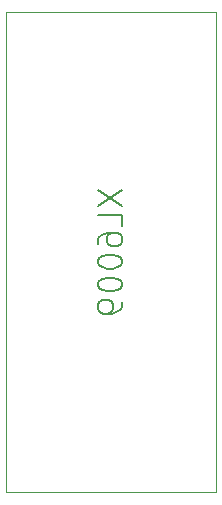
<source format=gbr>
%TF.GenerationSoftware,KiCad,Pcbnew,7.0.9*%
%TF.CreationDate,2024-12-16T14:55:58+09:00*%
%TF.ProjectId,____,fb90fa7f-2e6b-4696-9361-645f70636258,rev?*%
%TF.SameCoordinates,Original*%
%TF.FileFunction,Legend,Bot*%
%TF.FilePolarity,Positive*%
%FSLAX46Y46*%
G04 Gerber Fmt 4.6, Leading zero omitted, Abs format (unit mm)*
G04 Created by KiCad (PCBNEW 7.0.9) date 2024-12-16 14:55:58*
%MOMM*%
%LPD*%
G01*
G04 APERTURE LIST*
%ADD10C,0.150000*%
%ADD11C,0.120000*%
G04 APERTURE END LIST*
D10*
X117230638Y-104010485D02*
X119230638Y-105343818D01*
X117230638Y-105343818D02*
X119230638Y-104010485D01*
X119230638Y-107058104D02*
X119230638Y-106105723D01*
X119230638Y-106105723D02*
X117230638Y-106105723D01*
X117230638Y-108581914D02*
X117230638Y-108200961D01*
X117230638Y-108200961D02*
X117325876Y-108010485D01*
X117325876Y-108010485D02*
X117421114Y-107915247D01*
X117421114Y-107915247D02*
X117706828Y-107724771D01*
X117706828Y-107724771D02*
X118087780Y-107629533D01*
X118087780Y-107629533D02*
X118849685Y-107629533D01*
X118849685Y-107629533D02*
X119040161Y-107724771D01*
X119040161Y-107724771D02*
X119135400Y-107820009D01*
X119135400Y-107820009D02*
X119230638Y-108010485D01*
X119230638Y-108010485D02*
X119230638Y-108391438D01*
X119230638Y-108391438D02*
X119135400Y-108581914D01*
X119135400Y-108581914D02*
X119040161Y-108677152D01*
X119040161Y-108677152D02*
X118849685Y-108772390D01*
X118849685Y-108772390D02*
X118373495Y-108772390D01*
X118373495Y-108772390D02*
X118183019Y-108677152D01*
X118183019Y-108677152D02*
X118087780Y-108581914D01*
X118087780Y-108581914D02*
X117992542Y-108391438D01*
X117992542Y-108391438D02*
X117992542Y-108010485D01*
X117992542Y-108010485D02*
X118087780Y-107820009D01*
X118087780Y-107820009D02*
X118183019Y-107724771D01*
X118183019Y-107724771D02*
X118373495Y-107629533D01*
X117230638Y-110010485D02*
X117230638Y-110200962D01*
X117230638Y-110200962D02*
X117325876Y-110391438D01*
X117325876Y-110391438D02*
X117421114Y-110486676D01*
X117421114Y-110486676D02*
X117611590Y-110581914D01*
X117611590Y-110581914D02*
X117992542Y-110677152D01*
X117992542Y-110677152D02*
X118468733Y-110677152D01*
X118468733Y-110677152D02*
X118849685Y-110581914D01*
X118849685Y-110581914D02*
X119040161Y-110486676D01*
X119040161Y-110486676D02*
X119135400Y-110391438D01*
X119135400Y-110391438D02*
X119230638Y-110200962D01*
X119230638Y-110200962D02*
X119230638Y-110010485D01*
X119230638Y-110010485D02*
X119135400Y-109820009D01*
X119135400Y-109820009D02*
X119040161Y-109724771D01*
X119040161Y-109724771D02*
X118849685Y-109629533D01*
X118849685Y-109629533D02*
X118468733Y-109534295D01*
X118468733Y-109534295D02*
X117992542Y-109534295D01*
X117992542Y-109534295D02*
X117611590Y-109629533D01*
X117611590Y-109629533D02*
X117421114Y-109724771D01*
X117421114Y-109724771D02*
X117325876Y-109820009D01*
X117325876Y-109820009D02*
X117230638Y-110010485D01*
X117230638Y-111915247D02*
X117230638Y-112105724D01*
X117230638Y-112105724D02*
X117325876Y-112296200D01*
X117325876Y-112296200D02*
X117421114Y-112391438D01*
X117421114Y-112391438D02*
X117611590Y-112486676D01*
X117611590Y-112486676D02*
X117992542Y-112581914D01*
X117992542Y-112581914D02*
X118468733Y-112581914D01*
X118468733Y-112581914D02*
X118849685Y-112486676D01*
X118849685Y-112486676D02*
X119040161Y-112391438D01*
X119040161Y-112391438D02*
X119135400Y-112296200D01*
X119135400Y-112296200D02*
X119230638Y-112105724D01*
X119230638Y-112105724D02*
X119230638Y-111915247D01*
X119230638Y-111915247D02*
X119135400Y-111724771D01*
X119135400Y-111724771D02*
X119040161Y-111629533D01*
X119040161Y-111629533D02*
X118849685Y-111534295D01*
X118849685Y-111534295D02*
X118468733Y-111439057D01*
X118468733Y-111439057D02*
X117992542Y-111439057D01*
X117992542Y-111439057D02*
X117611590Y-111534295D01*
X117611590Y-111534295D02*
X117421114Y-111629533D01*
X117421114Y-111629533D02*
X117325876Y-111724771D01*
X117325876Y-111724771D02*
X117230638Y-111915247D01*
X119230638Y-113534295D02*
X119230638Y-113915247D01*
X119230638Y-113915247D02*
X119135400Y-114105724D01*
X119135400Y-114105724D02*
X119040161Y-114200962D01*
X119040161Y-114200962D02*
X118754447Y-114391438D01*
X118754447Y-114391438D02*
X118373495Y-114486676D01*
X118373495Y-114486676D02*
X117611590Y-114486676D01*
X117611590Y-114486676D02*
X117421114Y-114391438D01*
X117421114Y-114391438D02*
X117325876Y-114296200D01*
X117325876Y-114296200D02*
X117230638Y-114105724D01*
X117230638Y-114105724D02*
X117230638Y-113724771D01*
X117230638Y-113724771D02*
X117325876Y-113534295D01*
X117325876Y-113534295D02*
X117421114Y-113439057D01*
X117421114Y-113439057D02*
X117611590Y-113343819D01*
X117611590Y-113343819D02*
X118087780Y-113343819D01*
X118087780Y-113343819D02*
X118278257Y-113439057D01*
X118278257Y-113439057D02*
X118373495Y-113534295D01*
X118373495Y-113534295D02*
X118468733Y-113724771D01*
X118468733Y-113724771D02*
X118468733Y-114105724D01*
X118468733Y-114105724D02*
X118373495Y-114296200D01*
X118373495Y-114296200D02*
X118278257Y-114391438D01*
X118278257Y-114391438D02*
X118087780Y-114486676D01*
D11*
%TO.C,U2*%
X127203200Y-88976200D02*
X109423200Y-88976200D01*
X109423200Y-88976200D02*
X109423200Y-129616200D01*
X109423200Y-129616200D02*
X127203200Y-129616200D01*
X127203200Y-129616200D02*
X127203200Y-88976200D01*
%TD*%
M02*

</source>
